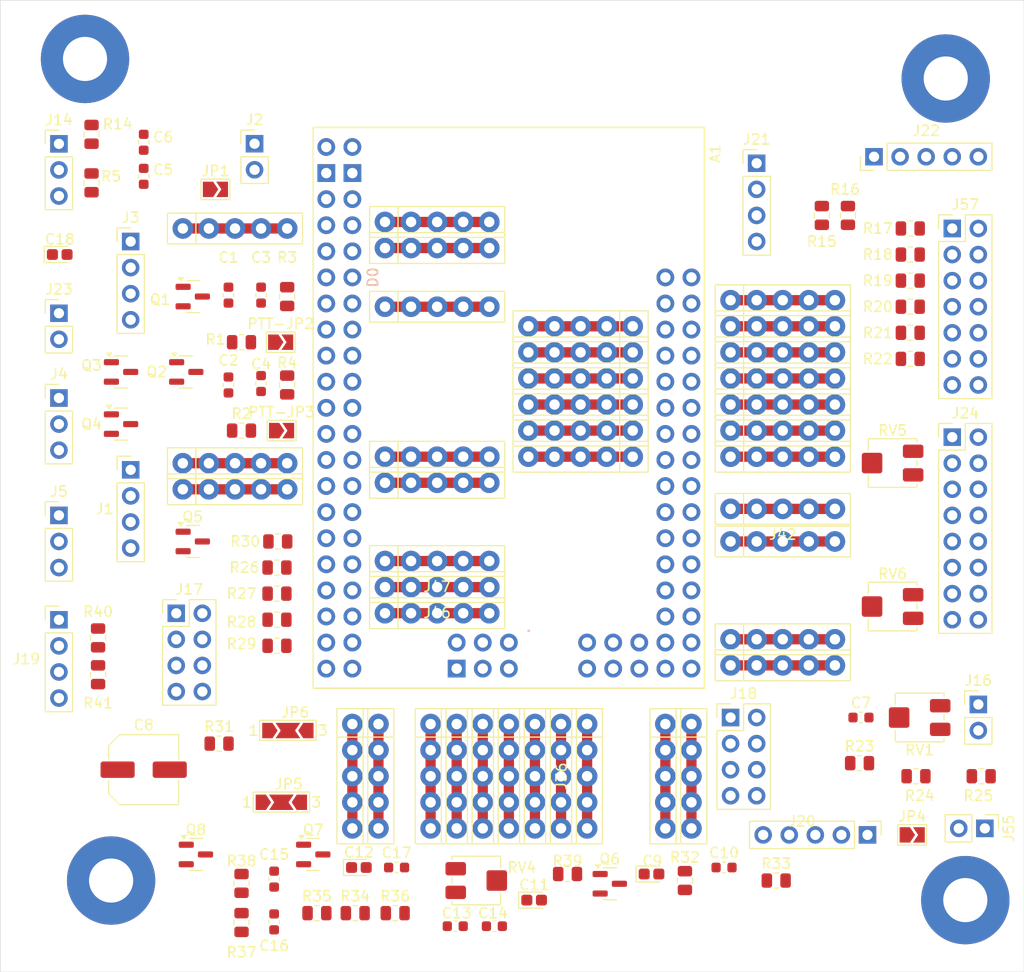
<source format=kicad_pcb>
(kicad_pcb (version 20221018) (generator pcbnew)
  (layers (0 "F.Cu" signal) (31 "B.Cu" signal) (34 "B.Paste" user) (35 "F.Paste" user) (36 "B.SilkS" user "B.Silkscreen") (37 "F.SilkS" user "F.Silkscreen") (38 "B.Mask" user) (39 "F.Mask" user) (44 "Edge.Cuts" user))
  (net 0 "")
  (net 1 "Net-(J35-Pin_1)")
  (net 2 "Net-(J15-Pin_1)")
  (net 3 "Net-(JP1-B)")
  (net 4 "Net-(A1-SPI_5V)")
  (net 5 "Audio_In")
  (net 6 "SW_MATRIX")
  (net 7 "Net-(J10-Pin_1)")
  (net 8 "PS2_DATA")
  (net 9 "Net-(J11-Pin_1)")
  (net 10 "Net-(J12-Pin_1)")
  (net 11 "Net-(J13-Pin_1)")
  (net 12 "Net-(J25-Pin_1)")
  (net 13 "Net-(J26-Pin_1)")
  (net 14 "Net-(J27-Pin_1)")
  (net 15 "Net-(J28-Pin_1)")
  (net 16 "Net-(J29-Pin_1)")
  (net 17 "Net-(J30-Pin_1)")
  (net 18 "Net-(J31-Pin_1)")
  (net 19 "Net-(J32-Pin_1)")
  (net 20 "Net-(J33-Pin_1)")
  (net 21 "Net-(J34-Pin_1)")
  (net 22 "TX2")
  (net 23 "RX2")
  (net 24 "Net-(A1-D2_INT0)")
  (net 25 "PS2_CLK")
  (net 26 "DAH")
  (net 27 "DIT")
  (net 28 "RE_A")
  (net 29 "RE_B")
  (net 30 "KEY1")
  (net 31 "KEY2")
  (net 32 "PTT1")
  (net 33 "PTT2")
  (net 34 "AUDIO_OUT")
  (net 35 "{slash}AUDIO_OUT")
  (net 36 "Net-(A1-D14{slash}TX3)")
  (net 37 "Net-(A1-D15{slash}RX3)")
  (net 38 "Net-(A1-D16{slash}TX2)")
  (net 39 "Net-(A1-D17{slash}RX2)")
  (net 40 "TX1")
  (net 41 "RX1")
  (net 42 "SDA")
  (net 43 "SCL")
  (net 44 "Net-(J47-Pin_1)")
  (net 45 "LED1")
  (net 46 "Net-(J46-Pin_1)")
  (net 47 "LED2")
  (net 48 "Net-(J45-Pin_1)")
  (net 49 "LED3")
  (net 50 "Net-(J44-Pin_1)")
  (net 51 "LED4")
  (net 52 "Net-(J43-Pin_1)")
  (net 53 "TWIN_T_AUDIO")
  (net 54 "LCD_E")
  (net 55 "LCD_DB4")
  (net 56 "Net-(J42-Pin_1)")
  (net 57 "LCD_DB5")
  (net 58 "Net-(J41-Pin_1)")
  (net 59 "LCD_DB6")
  (net 60 "LCD_RS")
  (net 61 "LCD_DB7")
  (net 62 "KP_R1")
  (net 63 "KP_R2")
  (net 64 "KP_R3")
  (net 65 "KP_R4")
  (net 66 "Net-(J40-Pin_1)")
  (net 67 "Net-(J39-Pin_1)")
  (net 68 "Net-(J38-Pin_1)")
  (net 69 "Net-(J37-Pin_1)")
  (net 70 "KP_C1")
  (net 71 "KP_C2")
  (net 72 "KP_C3")
  (net 73 "KP_C4")
  (net 74 "Net-(A1-D53_CS)")
  (net 75 "GND")
  (net 76 "Net-(A1-SPI_MISO)")
  (net 77 "Net-(A1-SPI_MOSI)")
  (net 78 "RESET")
  (net 79 "Net-(A1-SPI_RESET)")
  (net 80 "Net-(A1-SPI_SCK)")
  (net 81 "Vin")
  (net 82 "Net-(J4-Pin_2)")
  (net 83 "Net-(J5-Pin_2)")
  (net 84 "Net-(J4-Pin_1)")
  (net 85 "Net-(J5-Pin_1)")
  (net 86 "Net-(C7-Pad1)")
  (net 87 "Net-(Q5-C)")
  (net 88 "Net-(JP5-A)")
  (net 89 "Net-(Q6-E)")
  (net 90 "Net-(JP5-B)")
  (net 91 "Net-(JP6-B)")
  (net 92 "Net-(Q6-B)")
  (net 93 "Net-(C11-Pad2)")
  (net 94 "Net-(C12-Pad1)")
  (net 95 "Net-(C12-Pad2)")
  (net 96 "Net-(Q7-B)")
  (net 97 "Net-(C15-Pad2)")
  (net 98 "Net-(Q7-C)")
  (net 99 "Net-(C17-Pad1)")
  (net 100 "Net-(J23-Pin_1)")
  (net 101 "+5V")
  (net 102 "Net-(J16-Pin_1)")
  (net 103 "Net-(J20-Pin_1)")
  (net 104 "Net-(J20-Pin_2)")
  (net 105 "Net-(J24-Pin_3)")
  (net 110 "Net-(J24-Pin_15)")
  (net 111 "Net-(J55-Pin_2)")
  (net 112 "Net-(JP6-A)")
  (net 113 "Net-(PTT-JP2-A)")
  (net 114 "Net-(PTT-JP3-A)")
  (net 115 "Net-(Q1-G)")
  (net 116 "Net-(Q2-G)")
  (net 117 "Net-(Q3-G)")
  (net 118 "Net-(Q4-G)")
  (net 119 "Net-(Q5-B)")
  (net 120 "Net-(Q8-D)")
  (net 121 "Net-(J17-Pin_1)")
  (net 122 "Net-(J17-Pin_2)")
  (net 123 "Net-(J17-Pin_3)")
  (net 124 "Net-(J17-Pin_4)")
  (net 125 "Net-(J57-Pin_1)")
  (net 126 "Net-(J57-Pin_2)")
  (net 127 "Net-(J57-Pin_3)")
  (net 128 "Net-(J57-Pin_4)")
  (net 129 "Net-(J57-Pin_5)")
  (net 130 "Net-(J57-Pin_6)")
  (net 131 "Net-(J57-Pin_7)")
  (net 132 "Net-(A1-SPI_GND)")
  (footprint "Resistor_SMD:R_0805_2012Metric" (layer "F.Cu") (at 132.3575 92.075)
    (fp_text reference "R27")
    (fp_text value "1k" hide)
  )
  (footprint "Capacitor_Tantalum_SMD:CP_EIA-1608-08_AVX-J" (layer "F.Cu") (at 157.4025 121.92)
    (fp_text reference "C11")
    (fp_text value "10u")
  )
  (footprint "Connector_PinHeader_2.54mm:PinHeader_2x04_P2.54mm_Vertical" (layer "F.Cu") (at 122.55 93.99)
    (fp_text reference "J17")
    (fp_text value "LEDs")
  )
  (footprint "Resistor_SMD:R_0805_2012Metric" (layer "F.Cu") (at 114.935 96.3875 -90)
    (fp_text reference "R40")
    (fp_text value "4k7" hide)
  )
  (footprint "Resistor_SMD:R_0805_2012Metric" (layer "F.Cu") (at 194.0325 59.055 180)
    (fp_text reference "R18")
    (fp_text value "1k" hide)
  )
  (footprint "User:01x05_Strip" (layer "F.Cu") (at 161.925 71.12 180)
    (fp_text reference "J27" hide)
    (fp_text value "Conn_01x05_Strip" hide)
  )
  (footprint "Resistor_SMD:R_0805_2012Metric" (layer "F.Cu") (at 133.35 63.145 -90)
    (fp_text reference "R3")
    (fp_text value "1k")
  )
  (footprint "Capacitor_SMD:C_0603_1608Metric" (layer "F.Cu") (at 127.635 63.005 90)
    (fp_text reference "C1")
    (fp_text value "10n")
  )
  (footprint "Capacitor_SMD:C_0603_1608Metric" (layer "F.Cu") (at 149.72 124.46 180)
    (fp_text reference "C13")
    (fp_text value "100n")
  )
  (footprint "Connector_PinHeader_2.54mm:PinHeader_1x03_P2.54mm_Vertical" (layer "F.Cu") (at 111.125 73.025)
    (fp_text reference "J4")
    (fp_text value "KeyerOut1")
  )
  (footprint "Resistor_SMD:R_0805_2012Metric" (layer "F.Cu") (at 189.09 108.585)
    (fp_text reference "R23")
    (fp_text value "100R")
  )
  (footprint "Connector_PinHeader_2.54mm:PinHeader_1x05_P2.54mm_Vertical" (layer "F.Cu") (at 189.865 115.57 -90)
    (fp_text reference "J20")
    (fp_text value "Audio Output" hide)
  )
  (footprint "Capacitor_Tantalum_SMD:CP_EIA-1608-08_AVX-J" (layer "F.Cu") (at 168.8325 119.38)
    (fp_text reference "C9")
    (fp_text value "10u")
  )
  (footprint "Resistor_SMD:R_0805_2012Metric" (layer "F.Cu") (at 139.9775 123.19)
    (fp_text reference "R34")
    (fp_text value "3k3")
  )
  (footprint "Resistor_SMD:R_0805_2012Metric" (layer "F.Cu") (at 194.0325 64.135 180)
    (fp_text reference "R20")
    (fp_text value "1k" hide)
  )
  (footprint "User:01x05_Strip" (layer "F.Cu") (at 181.61 76.2)
    (fp_text reference "J29" hide)
    (fp_text value "Conn_01x05_Strip" hide)
  )
  (footprint "User:01x05_Strip" (layer "F.Cu") (at 147.955 78.74)
    (fp_text reference "J9" hide)
    (fp_text value "Conn_01x05_Strip" hide)
  )
  (footprint "User:01x05_Strip" (layer "F.Cu") (at 149.86 109.855 -90)
    (fp_text reference "J54" hide)
    (fp_text value "Conn_01x05_Strip" hide)
  )
  (footprint "User:01x05_Strip" (layer "F.Cu") (at 161.925 78.74 180)
    (fp_text reference "J32" hide)
    (fp_text value "Conn_01x05_Strip" hide)
  )
  (footprint "User:01x05_Strip" (layer "F.Cu") (at 147.955 93.98)
    (fp_text reference "J45" hide)
    (fp_text value "Conn_01x05_Strip" hide)
  )
  (footprint "User:01x05_Strip" (layer "F.Cu") (at 181.61 71.12)
    (fp_text reference "J25" hide)
    (fp_text value "Conn_01x05_Strip" hide)
  )
  (footprint "Package_TO_SOT_SMD:SOT-23" (layer "F.Cu") (at 124.1575 86.995)
    (fp_text reference "Q5")
    (fp_text value "2N3904")
  )
  (footprint "Jumper:SolderJumper-2_P1.3mm_Open_TrianglePad1.0x1.5mm" (layer "F.Cu") (at 194.22 115.57)
    (fp_text reference "JP4")
    (fp_text value "SolderJumper_2_Open" hide)
  )
  (footprint "Potentiometer_SMD:Potentiometer_Bourns_3314J_Vertical" (layer "F.Cu") (at 194.945 104.14 -90)
    (fp_text reference "RV1")
    (fp_text value "20k")
  )
  (footprint "User:01x05_Strip" (layer "F.Cu") (at 181.61 66.04)
    (fp_text reference "J11" hide)
    (fp_text value "Conn_01x05_Strip" hide)
  )
  (footprint "User:01x05_Strip" (layer "F.Cu") (at 160.02 109.855 -90)
    (fp_text reference "J49" hide)
    (fp_text value "Conn_01x05_Strip" hide)
  )
  (footprint "Package_TO_SOT_SMD:SOT-23" (layer "F.Cu") (at 124.1575 63.145)
    (fp_text reference "Q1")
    (fp_text value "2N7000")
  )
  (footprint "Resistor_SMD:R_0805_2012Metric" (layer "F.Cu") (at 194.0325 61.595 180)
    (fp_text reference "R19")
    (fp_text value "1k" hide)
  )
  (footprint "Potentiometer_SMD:Potentiometer_Bourns_3314J_Vertical" (layer "F.Cu") (at 192.31 79.36 -90)
    (fp_text reference "RV5")
    (fp_text value "20k")
  )
  (footprint "User:01x05_Strip" (layer "F.Cu") (at 181.61 78.74)
    (fp_text reference "J31" hide)
    (fp_text value "Conn_01x05_Strip" hide)
  )
  (footprint "User:01x05_Strip" (layer "F.Cu") (at 147.955 81.28)
    (fp_text reference "J7" hide)
    (fp_text value "Conn_01x05_Strip" hide)
  )
  (footprint "MountingHole:MountingHole_4.3mm_M4_Pad" (layer "F.Cu") (at 116.205 120.015)
    (fp_text reference "H3" hide)
    (fp_text value "MountingHole_Pad" hide)
  )
  (footprint "Connector_PinHeader_2.54mm:PinHeader_1x04_P2.54mm_Vertical" (layer "F.Cu") (at 118.11 80.02)
    (fp_text reference "J1")
    (fp_text value "Serial 1")
  )
  (footprint "Resistor_SMD:R_0805_2012Metric" (layer "F.Cu") (at 187.96 55.245 -90)
    (fp_text reference "R16")
    (fp_text value "1k" hide)
  )
  (footprint "Capacitor_SMD:C_0603_1608Metric" (layer "F.Cu") (at 153.53 124.46)
    (fp_text reference "C14")
    (fp_text value "100n")
  )
  (footprint "Capacitor_SMD:C_0603_1608Metric" (layer "F.Cu") (at 119.38 51.435 -90)
    (fp_text reference "C5")
    (fp_text value "10n")
  )
  (footprint "User:01x05_Strip" (layer "F.Cu") (at 181.61 86.995)
    (fp_text reference "J41" hide)
    (fp_text value "Conn_01x05_Strip" hide)
  )
  (footprint "Jumper:SolderJumper-3_P2.0mm_Open_TrianglePad1.0x1.5mm_NumberLabels" (layer "F.Cu") (at 133.42 105.41)
    (fp_text reference "JP6")
    (fp_text value "SolderJumper_3_Open" hide)
  )
  (footprint "Resistor_SMD:R_0805_2012Metric" (layer "F.Cu") (at 172.085 120.015 -90)
    (fp_text reference "R32")
    (fp_text value "150k")
  )
  (footprint "Resistor_SMD:R_0805_2012Metric" (layer "F.Cu") (at 194.0325 69.215 180)
    (fp_text reference "R22")
    (fp_text value "1k" hide)
  )
  (footprint "Resistor_SMD:R_0805_2012Metric" (layer "F.Cu") (at 185.42 55.245 -90)
    (fp_text reference "R15")
    (fp_text value "10k" hide)
  )
  (footprint "Connector_PinHeader_2.54mm:PinHeader_1x02_P2.54mm_Vertical" (layer "F.Cu") (at 201.295 114.935 -90)
    (fp_text reference "J55")
    (fp_text value "Conn_01x02" hide)
  )
  (footprint "Capacitor_SMD:C_0603_1608Metric" (layer "F.Cu") (at 189.23 104.14)
    (fp_text reference "C7")
    (fp_text value "100n")
  )
  (footprint "User:01x05_Strip" (layer "F.Cu") (at 139.7 109.855 -90)
    (fp_text reference "J43" hide)
    (fp_text value "Conn_01x05_Strip" hide)
  )
  (footprint "Capacitor_SMD:C_0603_1608Metric" (layer "F.Cu") (at 119.38 48.12 -90)
    (fp_text reference "C6")
    (fp_text value "10n")
  )
  (footprint "User:01x05_Strip" (layer "F.Cu") (at 181.61 63.5)
    (fp_text reference "J10" hide)
    (fp_text value "Conn_01x05_Strip" hide)
  )
  (footprint "Resistor_SMD:R_0805_2012Metric" (layer "F.Cu") (at 160.655 119.38)
    (fp_text reference "R39")
    (fp_text value "10R")
  )
  (footprint "MountingHole:MountingHole_4.3mm_M4_Pad" (layer "F.Cu") (at 199.39 121.92)
    (fp_text reference "H4" hide)
    (fp_text value "MountingHole_Pad" hide)
  )
  (footprint "Jumper:SolderJumper-2_P1.3mm_Open_TrianglePad1.0x1.5mm" (layer "F.Cu") (at 126.365 52.705)
    (fp_text reference "JP1")
    (fp_text value "SolderJumper_2_Open" hide)
  )
  (footprint "User:01x05_Strip" (layer "F.Cu") (at 154.94 109.855 -90)
    (fp_text reference "J53" hide)
    (fp_text value "Conn_01x05_Strip" hide)
  )
  (footprint "User:01x05_Strip" (layer "F.Cu") (at 161.925 73.66 180)
    (fp_text reference "J28" hide)
    (fp_text value "Conn_01x05_Strip" hide)
  )
  (footprint "Connector_PinHeader_2.54mm:PinHeader_1x05_P2.54mm_Vertical" (layer "F.Cu") (at 190.5 49.53 90)
    (fp_text reference "J22")
    (fp_text value "Rotary Encoder")
  )
  (footprint "Resistor_SMD:R_0805_2012Metric" (layer "F.Cu") (at 126.7225 106.68)
    (fp_text reference "R31")
    (fp_text value "220R")
  )
  (footprint "Resistor_SMD:R_0805_2012Metric" (layer "F.Cu") (at 114.3 52.07 90)
    (fp_text reference "R5")
    (fp_text value "10k")
  )
  (footprint "PCM_arduino-library:Clone_Mega2560_Pro_Socket" (layer "F.Cu") (at 173.99 46.674 -90)
    (fp_text reference "A1")
    (fp_text value "Clone_Mega2560_Pro_Socket")
  )
  (footprint "Connector_PinHeader_2.54mm:PinHeader_1x03_P2.54mm_Vertical" (layer "F.Cu") (at 111.125 48.275)
    (fp_text reference "J14")
    (fp_text value "Paddles")
  )
  (footprint "User:01x05_Strip" (layer "F.Cu") (at 147.955 58.42)
    (fp_text reference "J33" hide)
    (fp_text value "Conn_01x05_Strip" hide)
  )
  (footprint "Resistor_SMD:R_0805_2012Metric" (layer "F.Cu") (at 200.9375 109.855 180)
    (fp_text reference "R25")
    (fp_text value "10k" hide)
  )
  (footprint "Resistor_SMD:R_0805_2012Metric" (layer "F.Cu") (at 132.3575 94.615)
    (fp_text reference "R28")
    (fp_text value "1k" hide)
  )
  (footprint "Capacitor_SMD:C_0603_1608Metric" (layer "F.Cu") (at 132.08 124.04 -90)
    (fp_text reference "C16")
    (fp_text value "100n")
  )
  (footprint "Resistor_SMD:R_0805_2012Metric" (layer "F.Cu") (at 136.2475 123.19)
    (fp_text reference "R35")
    (fp_text value "3k3")
  )
  (footprint "Resistor_SMD:R_0805_2012Metric" (layer "F.Cu") (at 194.5875 109.855)
    (fp_text reference "R24")
    (fp_text value "10k" hide)
  )
  (footprint "Package_TO_SOT_SMD:SOT-23" (layer "F.Cu") (at 117.1725 75.565)
    (fp_text reference "Q4")
    (fp_text value "2N7000" hide)
  )
  (footprint "Capacitor_SMD:C_Elec_6.3x5.8" (layer "F.Cu") (at 119.3775 109.22)
    (fp_text reference "C8")
    (fp_text value "100u")
  )
  (footprint "Capacitor_SMD:C_0603_1608Metric" (layer "F.Cu") (at 127.635 71.755 -90)
    (fp_text reference "C2")
    (fp_text value "10n" hide)
  )
  (footprint "User:01x05_Strip" (layer "F.Cu") (at 157.48 109.855 -90)
    (fp_text reference "J51" hide)
    (fp_text value "Conn_01x05_Strip" hide)
  )
  (footprint "Connector_PinHeader_2.54mm:PinHeader_1x03_P2.54mm_Vertical" (layer "F.Cu") (at 111.125 84.455)
    (fp_text reference "J5")
    (fp_text value "KeyerOut2")
  )
  (footprint "Connector_PinHeader_2.54mm:PinHeader_2x04_P2.54mm_Vertical" (layer "F.Cu") (at 176.53 104.14)
    (fp_text reference "J18")
    (fp_text value "Conn_02x04_Top_Bottom" hide)
  )
  (footprint "User:01x05_Strip" (layer "F.Cu") (at 161.925 66.04 180)
    (fp_text reference "J12" hide)
    (fp_text value "Conn_01x05_Strip" hide)
  )
  (footprint "Connector_PinHeader_2.54mm:PinHeader_2x08_P2.54mm_Vertical" (layer "F.Cu") (at 198.12 76.835)
    (fp_text reference "J24")
    (fp_text value "LCD")
  )
  (footprint "Resistor_SMD:R_0805_2012Metric" (layer "F.Cu") (at 128.905 76.2)
    (fp_text reference "R2")
    (fp_text value "1k" hide)
  )
  (footprint "Potentiometer_SMD:Potentiometer_Bourns_3314J_Vertical" (layer "F.Cu") (at 192.31 93.33 -90)
    (fp_text reference "RV6")
    (fp_text value "500R")
  )
  (footprint "MountingHole:MountingHole_4.3mm_M4_Pad" (layer "F.Cu") (at 197.485 41.91)
    (fp_text reference "H1" hide)
    (fp_text value "MountingHole_Pad" hide)
  )
  (footprint "Package_TO_SOT_SMD:SOT-23" (layer "F.Cu") (at 135.89 117.475)
    (fp_text reference "Q7")
    (fp_text value "2N3904")
  )
  (footprint "User:01x05_Strip" (layer "F.Cu") (at 142.24 109.855 -90)
    (fp_text reference "J44" hide)
    (fp_text value "Conn_01x05_Strip" hide)
  )
  (footprint "Resistor_SMD:R_0805_2012Metric" (layer "F.Cu") (at 132.4375 86.995 180)
    (fp_text reference "R30")
    (fp_text value "100R" hide)
  )
  (footprint "Capacitor_SMD:C_0603_1608Metric" (layer "F.Cu") (at 132.08 119.875 -90)
    (fp_text reference "C15")
    (fp_text value "100n")
  )
  (footprint "User:01x05_Strip" (layer "F.Cu") (at 162.56 109.855 -90)
    (fp_text reference "J36")
    (fp_text value "Conn_01x05_Strip" hide)
  )
  (footprint "Connector_PinHeader_2.54mm:PinHeader_1x04_P2.54mm_Vertical" (layer "F.Cu") (at 111.125 94.625)
    (fp_text reference "J19")
    (fp_text value "I2C")
  )
  (footprint "Connector_PinHeader_2.54mm:PinHeader_1x04_P2.54mm_Vertical" (layer "F.Cu") (at 179.07 50.165)
    (fp_text reference "J21")
    (fp_text value "PS/2 KBD")
  )
  (footprint "Jumper:SolderJumper-3_P2.0mm_Open_TrianglePad1.0x1.5mm_NumberLabels" (layer "F.Cu") (at 132.785 112.395)
    (fp_text reference "JP5")
    (fp_text value "SolderJumper_3_Open" hide)
  )
  (footprint "User:01x05_Strip" (layer "F.Cu") (at 161.925 76.2 180)
    (fp_text reference "J30" hide)
    (fp_text value "Conn_01x05_Strip" hide)
  )
  (footprint "MountingHole:MountingHole_4.3mm_M4_Pad" (layer "F.Cu") (at 113.665 40.005)
    (fp_text reference "H2" hide)
    (fp_text value "MountingHole_Pad" hide)
  )
  (footprint "Resistor_SMD:R_0805_2012Metric" (layer "F.Cu") (at 194.0325 66.675 180)
    (fp_text reference "R21")
    (fp_text value "1k" hide)
  )
  (footprint "User:01x05_Strip" (layer "F.Cu") (at 181.61 83.82)
    (fp_text reference "J42")
    (fp_text value "Conn_01x05_Strip" hide)
  )
  (footprint "Capacitor_Tantalum_SMD:CP_EIA-1608-08_AVX-J" (layer "F.Cu") (at 111.2025 59.05)
    (fp_text reference "C18")
    (fp_text value "10u")
  )
  (footprint "Capacitor_SMD:C_0603_1608Metric" (layer "F.Cu") (at 175.895 118.745)
    (fp_text reference "C10")
    (fp_text value "100n")
  )
  (footprint "Resistor_SMD:R_0805_2012Metric" (layer "F.Cu") (at 180.975 120.015)
    (fp_text reference "R33")
    (fp_text value "100R")
  )
  (footprint "Capacitor_SMD:C_0603_1608Metric" (layer "F.Cu") (at 144.005 118.745)
    (fp_text reference "C17")
    (fp_text value "100n")
  )
  (footprint "User:01x05_Strip" (layer "F.Cu") (at 161.925 68.58 180)
    (fp_text reference "J15" hide)
    (fp_text value "Conn_01x05_Strip" hide)
  )
  (footprint "User:01x05_Strip" (layer "F.Cu") (at 181.61 99.06)
    (fp_text reference "J38" hide)
    (fp_text value "Conn_01x05_Strip" hide)
  )
  (footprint "Resistor_SMD:R_0805_2012Metric" (layer "F.Cu") (at 128.905 67.59)
    (fp_text reference "R1")
    (fp_text value "1k")
  )
  (footprint "User:01x05_Strip" (layer "F.Cu") (at 128.27 56.515)
    (fp_text reference "J35" hide)
    (fp_text value "Conn_01x05_Strip" hide)
  )
  (footprint "Resistor_SMD:R_0805_2012Metric" (layer "F.Cu") (at 194.0325 56.515 180)
    (fp_text reference "R17")
    (fp_text value "1k" hide)
  )
  (footprint "Resistor_SMD:R_0805_2012Metric" (layer "F.Cu") (at 132.3575 89.535)
    (fp_text reference "R26")
    (fp_text value "1k" hide)
  )
  (footprint "Resistor_SMD:R_0805_2012Metric" (layer "F.Cu") (at 128.905 120.2925 90)
    (fp_text reference "R38")
    (fp_text value "100k" hide)
  )
  (footprint "Jumper:SolderJumper-2_P1.3mm_Open_TrianglePad1.0x1.5mm" (layer "F.Cu") (at 132.715 67.59)
    (fp_text reference "PTT-JP2")
    (fp_text value "SolderJumper_2_Open" hide)
  )
  (footprint "Resistor_SMD:R_0805_2012Metric" (layer "F.Cu") (at 128.905 124.1025 90)
    (fp_text reference "R37")
    (fp_text value "560R" hide)
  )
  (footprint "User:01x05_Strip" (layer "F.Cu") (at 181.61 68.58)
    (fp_text reference "J13" hide)
    (fp_text value "Conn_01x05_Strip" hide)
  )
  (footprint "User:01x05_Strip" (layer "F.Cu") (at 152.4 109.855 -90)
    (fp_text reference "J50" hide)
    (fp_text value "Conn_01x05_Strip" hide)
  )
  (footprint "Package_TO_SOT_SMD:SOT-23" (layer "F.Cu") (at 117.1725 70.485)
    (fp_text reference "Q3")
    (fp_text value "2N7000")
  )
  (footprint "Package_TO_SOT_SMD:SOT-23" (layer "F.Cu") (at 164.7675 120.33)
    (fp_text reference "Q6")
    (fp_text value "2N3904")
  )
  (footprint "User:01x05_Strip" (layer "F.Cu") (at 147.955 88.9)
    (fp_text reference "J47")
    (fp_text value "Conn_01x05_Strip" hide)
  )
  (footprint "User:01x05_Strip" (layer "F.Cu") (at 147.955 91.44)
    (fp_text reference "J46")
    (fp_text value "Conn_01x05_Strip" hide)
  )
  (footprint "Potentiometer_SMD:Potentiometer_Bourns_3314J_Vertical" (layer "F.Cu") (at 151.765 120.015 90)
    (fp_text reference "RV4")
    (fp_text value "20k")
  )
  (footprint "Resistor_SMD:R_0805_2012Metric" (layer "F.Cu") (at 114.3 47.3475 -90)
    (fp_text reference "R14")
    (fp_text value "10k")
  )
  (footprint "User:01x05_Strip" (layer "F.Cu") (at 128.27 81.915)
    (fp_text reference "J6" hide)
    (fp_text value "Conn_01x05_Strip" hide)
  )
  (footprint "Resistor_SMD:R_0805_2012Metric" (layer "F.Cu") (at 114.935 99.9725 -90)
    (fp_text reference "R41")
    (fp_text value "4k7" hide)
  )
  (footprint "User:01x05_Strip" (layer "F.Cu") (at 147.32 109.855 -90)
    (fp_text reference "J52" hide)
    (fp_text value "Conn_01x05_Strip" hide)
  )
  (footprint "Jumper:SolderJumper-2_P1.3mm_Open_TrianglePad1.0x1.5mm" (layer "F.Cu") (at 132.805 76.2)
    (fp_text reference "PTT-JP3")
    (fp_text value "SolderJumper_2_Open" hide)
  )
  (footprint "Connector_PinHeader_2.54mm:PinHeader_1x02_P2.54mm_Vertical" (layer "F.Cu") (at 111.125 64.77)
    (fp_text reference "J23")
    (fp_text value "Conn_01x02" hide)
  )
  (footprint "User:01x05_Strip" (layer "F.Cu") (at 181.61 96.52)
    (fp_text reference "J40" hide)
    (fp_text value "Conn_01x05_Strip" hide)
  )
  (footprint "Package_TO_SOT_SMD:SOT-23" (layer "F.Cu") (at 124.46 117.475)
    (fp_text reference "Q8")
    (fp_text value "2N7000")
  )
  (footprint "Connector_PinHeader_2.54mm:PinHeader_1x04_P2.54mm_Vertical" (layer "F.Cu") (at 118.11 57.785)
    (fp_text reference "J3")
    (fp_text value "Serial 2")
  )
  (footprint "User:01x05_Strip" (layer "F.Cu") (at 181.61 73.66)
    (fp_text reference "J26" hide)
    (fp_text value "Conn_01x05_Strip" hide)
  )
  (footprint "Capacitor_SMD:C_0603_1608Metric" (layer "F.Cu") (at 130.81 63.005 90)
    (fp_text reference "C3")
    (fp_text value "10n")
  )
  (footprint "User:01x05_Strip" (layer "F.Cu") (at 172.72 109.855 -90)
    (fp_text reference "J39" hide)
    (fp_text value "Conn_01x05_Strip" hide)
  )
  (footprint "Package_TO_SOT_SMD:SOT-23" (layer "F.Cu") (at 123.5225 70.485)
    (fp_text reference "Q2")
    (fp_text value "2N7000")
  )
  (footprint "User:01x05_Strip" (layer "F.Cu") (at 147.955 64.135)
    (fp_text reference "J48" hide)
    (fp_text value "Conn_01x05_Strip" hide)
  )
  (footprint "Resistor_SMD:R_0805_2012Metric" (layer "F.Cu") (at 132.3575 97.155)
    (fp_text reference "R29")
    (fp_text value "1k" hide)
  )
  (footprint "Resistor_SMD:R_0805_2012Metric" (layer "F.Cu") (at 143.8675 123.19)
    (fp_text reference "R36")
    (fp_text value "3k3")
  )
  (footprint "User:01x05_Strip" (layer "F.Cu") (at 128.27 79.375)
    (fp_text reference "J8" hide)
    (fp_text value "Conn_01x05_Strip" hide)
  )
  (footprint "Resistor_SMD:R_0805_2012Metric" (layer "F.Cu") (at 133.35 71.755 -90)
    (fp_text reference "R4")
    (fp_text value "1k" hide)
  )
  (footprint "User:01x05_Strip" (layer "F.Cu") (at 170.18 109.855 -90)
    (fp_text reference "J37" hide)
    (fp_text value "Conn_01x05_Strip" hide)
  )
  (footprint "Connector_PinHeader_2.54mm:PinHeader_1x02_P2.54mm_Vertical" (layer "F.Cu") (at 200.66 102.865)
    (fp_text reference "J16")
    (fp_text value "Conn_01x02" hide)
  )
  (footprint "Capacitor_Tantalum_SMD:CP_EIA-1608-08_AVX-J" (layer "F.Cu") (at 140.335 118.745)
    (fp_text reference "C12")
    (fp_text value "10u")
  )
  (footprint "Connector_PinHeader_2.54mm:PinHeader_1x02_P2.54mm_Vertical" (layer "F.Cu") (at 130.175 48.26)
    (fp_text reference "J2")
    (fp_text value "Conn_01x02" hide)
  )
  (footprint "User:01x05_Strip" (layer "F.Cu") (at 147.955 55.88)
    (fp_text reference "J34" hide)
    (fp_text value "Conn_01x05_Strip" hide)
  )
  (footprint "Capacitor_SMD:C_0603_1608Metric" (layer "F.Cu") (at 130.81 71.615 90)
    (fp_text reference "C4")
    (fp_text value "10n" hide)
  )
  (footprint "Connector_PinHeader_2.54mm:PinHeader_2x07_P2.54mm_Vertical" (layer "F.Cu") (at 198.12 56.515)
    (fp_text reference "J57")
    (fp_text value "Conn_02x07_Counter_Clockwise" hide)
  )
  (gr_rect (start 105.41 34.29) (end 205.105 128.905) (stroke (width 0.05)) (fill none) (layer "Edge.Cuts"))
)
</source>
